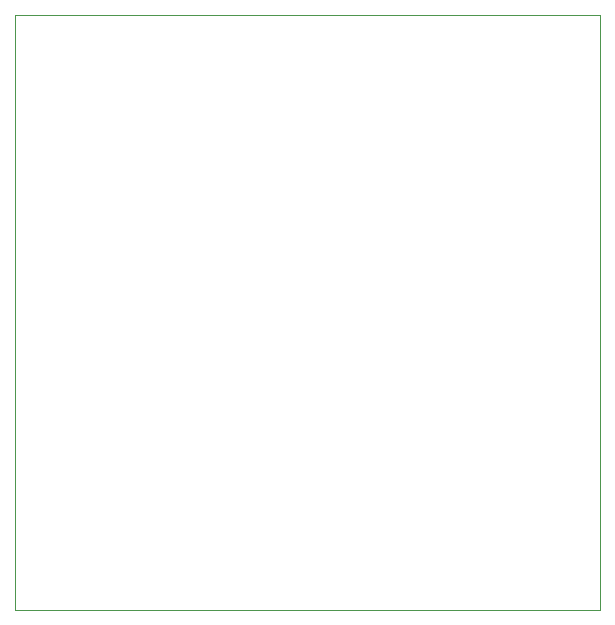
<source format=gm1>
G04 #@! TF.GenerationSoftware,KiCad,Pcbnew,(6.0.7-1)-1*
G04 #@! TF.CreationDate,2022-11-08T18:33:53+08:00*
G04 #@! TF.ProjectId,sharp_dsi,73686172-705f-4647-9369-2e6b69636164,rev?*
G04 #@! TF.SameCoordinates,Original*
G04 #@! TF.FileFunction,Profile,NP*
%FSLAX46Y46*%
G04 Gerber Fmt 4.6, Leading zero omitted, Abs format (unit mm)*
G04 Created by KiCad (PCBNEW (6.0.7-1)-1) date 2022-11-08 18:33:53*
%MOMM*%
%LPD*%
G01*
G04 APERTURE LIST*
G04 #@! TA.AperFunction,Profile*
%ADD10C,0.100000*%
G04 #@! TD*
G04 APERTURE END LIST*
D10*
X86512400Y-49244250D02*
X136017000Y-49244250D01*
X136017000Y-49244250D02*
X136017000Y-99574350D01*
X136017000Y-99574350D02*
X86512400Y-99574350D01*
X86512400Y-99574350D02*
X86512400Y-49244250D01*
M02*

</source>
